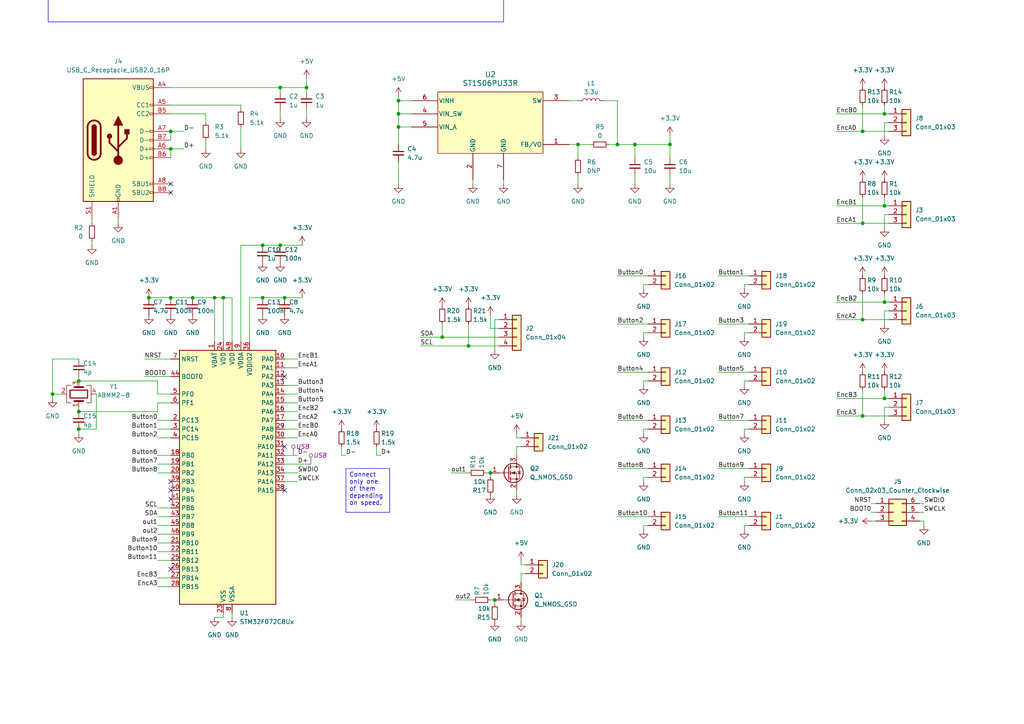
<source format=kicad_sch>
(kicad_sch (version 20230121) (generator eeschema)
  (paper "A4")
  (title_block (title "AVIATOR HID CONTROLLER") (date "2024-12-23") (rev "1.0") (company "AGH KNE"))
  (junction (at 76.2 86.36))
  (junction (at 22.86 110.49))
  (junction (at 49.53 38.1))
  (junction (at 256.54 87.63))
  (junction (at 88.9 25.4))
  (junction (at 82.55 86.36))
  (junction (at 250.19 120.65))
  (junction (at 76.2 71.12))
  (junction (at 81.28 25.4))
  (junction (at 167.64 41.91))
  (junction (at 256.54 59.69))
  (junction (at 55.88 86.36))
  (junction (at 49.53 86.36))
  (junction (at 135.89 100.33))
  (junction (at 143.51 173.99))
  (junction (at 142.24 137.16))
  (junction (at 49.53 43.18))
  (junction (at 15.24 114.3))
  (junction (at 81.28 71.12))
  (junction (at 179.07 41.91))
  (junction (at 115.57 36.83))
  (junction (at 250.19 64.77))
  (junction (at 256.54 33.02))
  (junction (at 62.23 86.36))
  (junction (at 22.86 124.46))
  (junction (at 115.57 29.21))
  (junction (at 115.57 33.02))
  (junction (at 64.77 86.36))
  (junction (at 43.18 86.36))
  (junction (at 128.27 97.79))
  (junction (at 194.31 41.91))
  (junction (at 250.19 38.1))
  (junction (at 184.15 41.91))
  (junction (at 250.19 92.71))
  (junction (at 256.54 115.57))
  (junction (at 22.86 119.38))
  (no_connect (at 49.53 142.24))
  (no_connect (at 82.55 129.54))
  (no_connect (at 49.53 53.34))
  (no_connect (at 82.55 142.24))
  (no_connect (at 49.53 139.7))
  (no_connect (at 82.55 109.22))
  (no_connect (at 49.53 144.78))
  (no_connect (at 49.53 165.1))
  (no_connect (at 49.53 55.88))
  (wire (pts (xy 186.69 110.49) (xy 187.96 110.49)))
  (wire (pts (xy 215.9 152.4) (xy 217.17 152.4)))
  (wire (pts (xy 49.53 38.1) (xy 53.34 38.1)))
  (wire (pts (xy 41.91 109.22) (xy 49.53 109.22)))
  (wire (pts (xy 76.2 71.12) (xy 81.28 71.12)))
  (wire (pts (xy 82.55 106.68) (xy 86.36 106.68)))
  (wire (pts (xy 179.07 107.95) (xy 187.96 107.95)))
  (wire (pts (xy 88.9 26.67) (xy 88.9 25.4)))
  (wire (pts (xy 67.31 99.06) (xy 67.31 86.36)))
  (wire (pts (xy 256.54 85.09) (xy 256.54 87.63)))
  (wire (pts (xy 45.72 132.08) (xy 49.53 132.08)))
  (wire (pts (xy 142.24 137.16) (xy 142.24 138.43)))
  (wire (pts (xy 257.81 118.11) (xy 256.54 118.11)))
  (wire (pts (xy 69.85 99.06) (xy 69.85 71.12)))
  (wire (pts (xy 128.27 93.98) (xy 128.27 97.79)))
  (wire (pts (xy 45.72 119.38) (xy 22.86 119.38)))
  (wire (pts (xy 179.07 121.92) (xy 187.96 121.92)))
  (wire (pts (xy 81.28 25.4) (xy 81.28 26.67)))
  (wire (pts (xy 88.9 25.4) (xy 81.28 25.4)))
  (wire (pts (xy 215.9 82.55) (xy 217.17 82.55)))
  (wire (pts (xy 49.53 43.18) (xy 49.53 45.72)))
  (wire (pts (xy 45.72 124.46) (xy 49.53 124.46)))
  (wire (pts (xy 45.72 149.86) (xy 49.53 149.86)))
  (wire (pts (xy 186.69 152.4) (xy 187.96 152.4)))
  (wire (pts (xy 266.7 148.59) (xy 267.97 148.59)))
  (wire (pts (xy 27.94 124.46) (xy 22.86 124.46)))
  (wire (pts (xy 135.89 100.33) (xy 144.78 100.33)))
  (wire (pts (xy 45.72 160.02) (xy 49.53 160.02)))
  (wire (pts (xy 45.72 167.64) (xy 49.53 167.64)))
  (wire (pts (xy 250.19 30.48) (xy 250.19 38.1)))
  (wire (pts (xy 149.86 129.54) (xy 151.13 129.54)))
  (wire (pts (xy 252.73 146.05) (xy 254 146.05)))
  (wire (pts (xy 186.69 82.55) (xy 187.96 82.55)))
  (wire (pts (xy 69.85 30.48) (xy 69.85 31.75)))
  (wire (pts (xy 143.51 173.99) (xy 143.51 175.26)))
  (wire (pts (xy 242.57 115.57) (xy 256.54 115.57)))
  (wire (pts (xy 186.69 83.82) (xy 186.69 82.55)))
  (wire (pts (xy 256.54 57.15) (xy 256.54 59.69)))
  (wire (pts (xy 257.81 62.23) (xy 256.54 62.23)))
  (wire (pts (xy 62.23 179.07) (xy 64.77 179.07)))
  (wire (pts (xy 256.54 30.48) (xy 256.54 33.02)))
  (wire (pts (xy 82.55 111.76) (xy 86.36 111.76)))
  (wire (pts (xy 186.69 125.73) (xy 186.69 124.46)))
  (wire (pts (xy 67.31 86.36) (xy 64.77 86.36)))
  (wire (pts (xy 82.55 116.84) (xy 86.36 116.84)))
  (wire (pts (xy 208.28 135.89) (xy 217.17 135.89)))
  (wire (pts (xy 26.67 69.85) (xy 26.67 71.12)))
  (wire (pts (xy 151.13 163.83) (xy 152.4 163.83)))
  (wire (pts (xy 215.9 96.52) (xy 217.17 96.52)))
  (wire (pts (xy 137.16 52.07) (xy 137.16 53.34)))
  (wire (pts (xy 179.07 149.86) (xy 187.96 149.86)))
  (wire (pts (xy 109.22 129.54) (xy 109.22 132.08)))
  (wire (pts (xy 15.24 114.3) (xy 17.78 114.3)))
  (wire (pts (xy 250.19 57.15) (xy 250.19 64.77)))
  (wire (pts (xy 45.72 134.62) (xy 49.53 134.62)))
  (wire (pts (xy 82.55 127) (xy 86.36 127)))
  (wire (pts (xy 140.97 137.16) (xy 142.24 137.16)))
  (wire (pts (xy 45.72 137.16) (xy 49.53 137.16)))
  (wire (pts (xy 115.57 33.02) (xy 119.38 33.02)))
  (wire (pts (xy 88.9 22.86) (xy 88.9 25.4)))
  (wire (pts (xy 215.9 110.49) (xy 217.17 110.49)))
  (wire (pts (xy 256.54 118.11) (xy 256.54 121.92)))
  (wire (pts (xy 45.72 162.56) (xy 49.53 162.56)))
  (wire (pts (xy 115.57 33.02) (xy 115.57 29.21)))
  (wire (pts (xy 242.57 87.63) (xy 256.54 87.63)))
  (wire (pts (xy 81.28 31.75) (xy 81.28 34.29)))
  (wire (pts (xy 64.77 86.36) (xy 62.23 86.36)))
  (wire (pts (xy 149.86 125.73) (xy 149.86 127)))
  (wire (pts (xy 194.31 39.37) (xy 194.31 41.91)))
  (wire (pts (xy 194.31 45.72) (xy 194.31 41.91)))
  (wire (pts (xy 250.19 113.03) (xy 250.19 120.65)))
  (wire (pts (xy 266.7 151.13) (xy 267.97 151.13)))
  (wire (pts (xy 45.72 154.94) (xy 49.53 154.94)))
  (wire (pts (xy 49.53 25.4) (xy 81.28 25.4)))
  (wire (pts (xy 49.53 116.84) (xy 45.72 116.84)))
  (wire (pts (xy 45.72 152.4) (xy 49.53 152.4)))
  (wire (pts (xy 250.19 92.71) (xy 257.81 92.71)))
  (wire (pts (xy 151.13 168.91) (xy 151.13 166.37)))
  (wire (pts (xy 143.51 101.6) (xy 143.51 92.71)))
  (wire (pts (xy 109.22 132.08) (xy 110.49 132.08)))
  (wire (pts (xy 165.1 29.21) (xy 167.64 29.21)))
  (wire (pts (xy 257.81 90.17) (xy 256.54 90.17)))
  (wire (pts (xy 45.72 127) (xy 49.53 127)))
  (wire (pts (xy 34.29 63.5) (xy 34.29 64.77)))
  (wire (pts (xy 27.94 114.3) (xy 27.94 124.46)))
  (wire (pts (xy 208.28 121.92) (xy 217.17 121.92)))
  (wire (pts (xy 82.55 132.08) (xy 86.36 132.08)))
  (wire (pts (xy 256.54 62.23) (xy 256.54 66.04)))
  (wire (pts (xy 15.24 114.3) (xy 15.24 104.14)))
  (wire (pts (xy 142.24 95.25) (xy 144.78 95.25)))
  (wire (pts (xy 184.15 50.8) (xy 184.15 53.34)))
  (wire (pts (xy 242.57 92.71) (xy 250.19 92.71)))
  (wire (pts (xy 208.28 107.95) (xy 217.17 107.95)))
  (wire (pts (xy 72.39 86.36) (xy 72.39 99.06)))
  (wire (pts (xy 266.7 146.05) (xy 267.97 146.05)))
  (wire (pts (xy 45.72 157.48) (xy 49.53 157.48)))
  (wire (pts (xy 143.51 92.71) (xy 144.78 92.71)))
  (wire (pts (xy 215.9 83.82) (xy 215.9 82.55)))
  (wire (pts (xy 69.85 71.12) (xy 76.2 71.12)))
  (wire (pts (xy 115.57 36.83) (xy 119.38 36.83)))
  (wire (pts (xy 45.72 110.49) (xy 22.86 110.49)))
  (wire (pts (xy 62.23 86.36) (xy 55.88 86.36)))
  (wire (pts (xy 151.13 162.56) (xy 151.13 163.83)))
  (wire (pts (xy 179.07 80.01) (xy 187.96 80.01)))
  (wire (pts (xy 149.86 132.08) (xy 149.86 129.54)))
  (wire (pts (xy 215.9 139.7) (xy 215.9 138.43)))
  (wire (pts (xy 175.26 29.21) (xy 179.07 29.21)))
  (wire (pts (xy 115.57 36.83) (xy 115.57 33.02)))
  (wire (pts (xy 121.92 100.33) (xy 135.89 100.33)))
  (wire (pts (xy 82.55 139.7) (xy 86.36 139.7)))
  (wire (pts (xy 115.57 29.21) (xy 119.38 29.21)))
  (wire (pts (xy 256.54 90.17) (xy 256.54 93.98)))
  (wire (pts (xy 256.54 35.56) (xy 256.54 39.37)))
  (wire (pts (xy 45.72 116.84) (xy 45.72 119.38)))
  (wire (pts (xy 208.28 80.01) (xy 217.17 80.01)))
  (wire (pts (xy 184.15 45.72) (xy 184.15 41.91)))
  (wire (pts (xy 115.57 27.94) (xy 115.57 29.21)))
  (wire (pts (xy 186.69 124.46) (xy 187.96 124.46)))
  (wire (pts (xy 267.97 151.13) (xy 267.97 152.4)))
  (wire (pts (xy 167.64 50.8) (xy 167.64 53.34)))
  (wire (pts (xy 87.63 71.12) (xy 81.28 71.12)))
  (wire (pts (xy 215.9 125.73) (xy 215.9 124.46)))
  (wire (pts (xy 242.57 33.02) (xy 256.54 33.02)))
  (wire (pts (xy 49.53 114.3) (xy 45.72 114.3)))
  (wire (pts (xy 146.05 52.07) (xy 146.05 53.34)))
  (wire (pts (xy 256.54 113.03) (xy 256.54 115.57)))
  (wire (pts (xy 115.57 41.91) (xy 115.57 36.83)))
  (wire (pts (xy 135.89 93.98) (xy 135.89 100.33)))
  (wire (pts (xy 194.31 41.91) (xy 184.15 41.91)))
  (wire (pts (xy 45.72 114.3) (xy 45.72 110.49)))
  (wire (pts (xy 252.73 148.59) (xy 254 148.59)))
  (wire (pts (xy 167.64 41.91) (xy 167.64 45.72)))
  (wire (pts (xy 82.55 134.62) (xy 90.17 134.62)))
  (wire (pts (xy 49.53 86.36) (xy 55.88 86.36)))
  (wire (pts (xy 22.86 109.22) (xy 22.86 110.49)))
  (wire (pts (xy 167.64 41.91) (xy 171.45 41.91)))
  (wire (pts (xy 45.72 170.18) (xy 49.53 170.18)))
  (wire (pts (xy 256.54 59.69) (xy 257.81 59.69)))
  (wire (pts (xy 22.86 125.73) (xy 22.86 124.46)))
  (wire (pts (xy 15.24 104.14) (xy 22.86 104.14)))
  (wire (pts (xy 76.2 86.36) (xy 82.55 86.36)))
  (wire (pts (xy 87.63 86.36) (xy 82.55 86.36)))
  (wire (pts (xy 250.19 64.77) (xy 257.81 64.77)))
  (wire (pts (xy 151.13 166.37) (xy 152.4 166.37)))
  (wire (pts (xy 26.67 63.5) (xy 26.67 64.77)))
  (wire (pts (xy 179.07 135.89) (xy 187.96 135.89)))
  (wire (pts (xy 130.81 137.16) (xy 135.89 137.16)))
  (wire (pts (xy 242.57 59.69) (xy 256.54 59.69)))
  (wire (pts (xy 186.69 138.43) (xy 187.96 138.43)))
  (wire (pts (xy 149.86 127) (xy 151.13 127)))
  (wire (pts (xy 59.69 40.64) (xy 59.69 43.18)))
  (wire (pts (xy 59.69 33.02) (xy 59.69 35.56)))
  (wire (pts (xy 186.69 139.7) (xy 186.69 138.43)))
  (wire (pts (xy 215.9 111.76) (xy 215.9 110.49)))
  (wire (pts (xy 45.72 147.32) (xy 49.53 147.32)))
  (wire (pts (xy 186.69 111.76) (xy 186.69 110.49)))
  (wire (pts (xy 82.55 137.16) (xy 86.36 137.16)))
  (wire (pts (xy 242.57 64.77) (xy 250.19 64.77)))
  (wire (pts (xy 256.54 33.02) (xy 257.81 33.02)))
  (wire (pts (xy 242.57 38.1) (xy 250.19 38.1)))
  (wire (pts (xy 82.55 121.92) (xy 86.36 121.92)))
  (wire (pts (xy 215.9 124.46) (xy 217.17 124.46)))
  (wire (pts (xy 82.55 124.46) (xy 86.36 124.46)))
  (wire (pts (xy 194.31 50.8) (xy 194.31 53.34)))
  (wire (pts (xy 215.9 153.67) (xy 215.9 152.4)))
  (wire (pts (xy 15.24 115.57) (xy 15.24 114.3)))
  (wire (pts (xy 62.23 99.06) (xy 62.23 86.36)))
  (wire (pts (xy 142.24 91.44) (xy 142.24 95.25)))
  (wire (pts (xy 215.9 97.79) (xy 215.9 96.52)))
  (wire (pts (xy 45.72 121.92) (xy 49.53 121.92)))
  (wire (pts (xy 99.06 129.54) (xy 99.06 132.08)))
  (wire (pts (xy 165.1 41.91) (xy 167.64 41.91)))
  (wire (pts (xy 121.92 97.79) (xy 128.27 97.79)))
  (wire (pts (xy 41.91 104.14) (xy 49.53 104.14)))
  (wire (pts (xy 186.69 153.67) (xy 186.69 152.4)))
  (wire (pts (xy 256.54 87.63) (xy 257.81 87.63)))
  (wire (pts (xy 142.24 173.99) (xy 143.51 173.99)))
  (wire (pts (xy 252.73 151.13) (xy 254 151.13)))
  (wire (pts (xy 215.9 138.43) (xy 217.17 138.43)))
  (wire (pts (xy 82.55 119.38) (xy 86.36 119.38)))
  (wire (pts (xy 22.86 118.11) (xy 22.86 119.38)))
  (wire (pts (xy 242.57 120.65) (xy 250.19 120.65)))
  (wire (pts (xy 208.28 149.86) (xy 217.17 149.86)))
  (wire (pts (xy 257.81 35.56) (xy 256.54 35.56)))
  (wire (pts (xy 49.53 33.02) (xy 59.69 33.02)))
  (wire (pts (xy 67.31 179.07) (xy 67.31 177.8)))
  (wire (pts (xy 179.07 93.98) (xy 187.96 93.98)))
  (wire (pts (xy 115.57 46.99) (xy 115.57 53.34)))
  (wire (pts (xy 76.2 86.36) (xy 72.39 86.36)))
  (wire (pts (xy 186.69 97.79) (xy 186.69 96.52)))
  (wire (pts (xy 43.18 86.36) (xy 49.53 86.36)))
  (wire (pts (xy 82.55 114.3) (xy 86.36 114.3)))
  (wire (pts (xy 208.28 93.98) (xy 217.17 93.98)))
  (wire (pts (xy 49.53 38.1) (xy 49.53 40.64)))
  (wire (pts (xy 149.86 142.24) (xy 149.86 143.51)))
  (wire (pts (xy 88.9 31.75) (xy 88.9 34.29)))
  (wire (pts (xy 179.07 41.91) (xy 176.53 41.91)))
  (wire (pts (xy 128.27 97.79) (xy 144.78 97.79)))
  (wire (pts (xy 250.19 38.1) (xy 257.81 38.1)))
  (wire (pts (xy 250.19 120.65) (xy 257.81 120.65)))
  (wire (pts (xy 184.15 41.91) (xy 179.07 41.91)))
  (wire (pts (xy 69.85 36.83) (xy 69.85 43.18)))
  (wire (pts (xy 64.77 179.07) (xy 64.77 177.8)))
  (wire (pts (xy 49.53 43.18) (xy 53.34 43.18)))
  (wire (pts (xy 186.69 96.52) (xy 187.96 96.52)))
  (wire (pts (xy 256.54 115.57) (xy 257.81 115.57)))
  (wire (pts (xy 64.77 99.06) (xy 64.77 86.36)))
  (wire (pts (xy 179.07 29.21) (xy 179.07 41.91)))
  (wire (pts (xy 250.19 85.09) (xy 250.19 92.71)))
  (wire (pts (xy 132.08 173.99) (xy 137.16 173.99)))
  (wire (pts (xy 82.55 104.14) (xy 86.36 104.14)))
  (wire (pts (xy 99.06 132.08) (xy 100.33 132.08)))
  (wire (pts (xy 151.13 179.07) (xy 151.13 180.34)))
  (wire (pts (xy 49.53 30.48) (xy 69.85 30.48)))
  (text_box "Connect only one\nof them depending\non speed." (at 100.33 135.89 0) (size 12.7 12.7) (effects (font (size 1.27 1.27)) (justify left top)))
  (text_box "COMPONENTS:\n\nhttps://www.tme.eu/pl/details/usb4105-gf-a-120/zlacza-usb-i-ieee1394/gct/\nhttps://www.tme.eu/en/details/stm32f072c8u6/st-microcontrollers/stmicroelectronics/\nhttps://www.tme.eu/en/details/abmm2-8.000mhz-e2/smd-quartz-generators/abracon/abmm2-8-000mhz-e2-t/\nhttps://www.tme.eu/en/details/st1s06pu33r/voltage-regulators-dc-dc-circuits/stmicroelectronics/\nhttps://www.tme.eu/pl/en/details/djnr6028-3r3-m/smd-power-inductors/ferrocore/" (at 13.97 -20.32 0) (size 132.08 26.67) (effects (font (size 1.27 1.27)) (justify left top)))
  (label "EncB1" (at 242.57 59.69 0))
  (label "Button11" (at 45.72 162.56 180))
  (label "EncA3" (at 242.57 120.65 0))
  (label "EncA1" (at 242.57 64.77 0))
  (label "Button10" (at 179.07 149.86 0))
  (label "out2" (at 132.08 173.99 0))
  (label "Button7" (at 45.72 134.62 180))
  (label "EncB1" (at 86.36 104.14 0))
  (label "EncA0" (at 242.57 38.1 0))
  (label "Button4" (at 86.36 114.3 0))
  (label "SWCLK" (at 267.97 148.59 0))
  (label "D+" (at 53.34 43.18 0))
  (label "Button3" (at 208.28 93.98 0))
  (label "BOOT0" (at 41.91 109.22 0))
  (label "Button10" (at 45.72 160.02 180))
  (label "SDA" (at 121.92 97.79 0))
  (label "D+" (at 86.36 134.62 0))
  (label "SWCLK" (at 86.36 139.7 0))
  (label "Button6" (at 179.07 121.92 0))
  (label "Button9" (at 208.28 135.89 0))
  (label "BOOT0" (at 252.73 148.59 180))
  (label "Button5" (at 86.36 116.84 0))
  (label "Button0" (at 45.72 121.92 180))
  (label "EncA1" (at 86.36 106.68 0))
  (label "NRST" (at 252.73 146.05 180))
  (label "Button4" (at 179.07 107.95 0))
  (label "EncB2" (at 86.36 119.38 0))
  (label "Button0" (at 179.07 80.01 0))
  (label "Button11" (at 208.28 149.86 0))
  (label "Button2" (at 45.72 127 180))
  (label "SDA" (at 45.72 149.86 180))
  (label "Button1" (at 45.72 124.46 180))
  (label "Button8" (at 45.72 137.16 180))
  (label "Button7" (at 208.28 121.92 0))
  (label "EncA0" (at 86.36 127 0))
  (label "Button5" (at 208.28 107.95 0))
  (label "SWDIO" (at 86.36 137.16 0))
  (label "NRST" (at 41.91 104.14 0))
  (label "SWDIO" (at 267.97 146.05 0))
  (label "out2" (at 45.72 154.94 180))
  (label "EncB0" (at 86.36 124.46 0))
  (label "EncB3" (at 45.72 167.64 180))
  (label "out1" (at 45.72 152.4 180))
  (label "EncA3" (at 45.72 170.18 180))
  (label "SCL" (at 121.92 100.33 0))
  (label "Button2" (at 179.07 93.98 0))
  (label "D-" (at 100.33 132.08 0))
  (label "SCL" (at 45.72 147.32 180))
  (label "D-" (at 53.34 38.1 0))
  (label "D+" (at 110.49 132.08 0))
  (label "EncA2" (at 86.36 121.92 0))
  (label "out1" (at 130.81 137.16 0))
  (label "EncA2" (at 242.57 92.71 0))
  (label "Button6" (at 45.72 132.08 180))
  (label "EncB0" (at 242.57 33.02 0))
  (label "D-" (at 86.36 132.08 0))
  (label "Button9" (at 45.72 157.48 180))
  (label "Button1" (at 208.28 80.01 0))
  (label "EncB3" (at 242.57 115.57 0))
  (label "EncB2" (at 242.57 87.63 0))
  (label "Button3" (at 86.36 111.76 0))
  (label "Button8" (at 179.07 135.89 0))
  (netclass_flag "" (length 2.54) (shape round) (at 90.17 134.62 0) (property "Netclass" "USB" (at 90.8685 132.08 0) (effects (font italic) (justify left))))
  (netclass_flag "" (length 2.54) (shape round) (at 85.09 132.08 0) (property "Netclass" "USB" (at 85.7885 129.54 0) (effects (font italic) (justify left))))
  (symbol (lib_id "Device:R_Small") (at 173.99 41.91 90) (unit 1)
    (property "Reference" "R5" (at 173.99 36.83 90))
    (property "Value" "0" (at 173.99 39.37 90))
    (property "Footprint" "Resistor_SMD:R_0603_1608Metric_Pad0.98x0.95mm_HandSolder" (effects hide))
  )
  (symbol (lib_id "power:GND") (at 186.69 153.67 0) (unit 1)
    (property "Reference" "#PWR050" (effects hide))
    (property "Value" "GND" (at 186.69 158.75 0))
  )
  (symbol (lib_id "power:GND") (at 256.54 66.04 0) (unit 1)
    (property "Reference" "#PWR032" (effects hide))
    (property "Value" "GND" (at 256.54 71.12 0))
  )
  (symbol (lib_id "power:+5V") (at 115.57 27.94 0) (unit 1)
    (property "Reference" "#PWR067" (effects hide))
    (property "Value" "+5V" (at 115.57 22.86 0))
  )
  (symbol (lib_id "Connector_Generic:Conn_01x02") (at 222.25 149.86 0) (unit 1)
    (property "Reference" "J1" (at 224.79 149.86 0) (effects (justify left)))
    (property "Value" "Conn_01x02" (at 224.79 152.4 0) (effects (justify left)))
    (property "Footprint" "Connector_PinHeader_2.54mm:PinHeader_1x02_P2.54mm_Vertical" (effects hide))
  )
  (symbol (lib_id "power:GND") (at 143.51 101.6 0) (unit 1)
    (property "Reference" "#PWR055" (effects hide))
    (property "Value" "GND" (at 143.51 106.68 0))
  )
  (symbol (lib_id "power:GND") (at 82.55 91.44 0) (unit 1)
    (property "Reference" "#PWR016" (effects hide))
    (property "Value" "GND" (at 82.55 96.52 0))
  )
  (symbol (lib_id "Device:L") (at 171.45 29.21 90) (unit 1)
    (property "Reference" "L1" (at 171.45 24.13 90))
    (property "Value" "3.3u" (at 171.45 26.67 90))
    (property "Footprint" "Inductor_SMD:L_Bourns-SRN6028" (effects hide))
  )
  (symbol (lib_id "power:+3.3V") (at 256.54 107.95 0) (unit 1)
    (property "Reference" "#PWR039" (effects hide))
    (property "Value" "+3.3V" (at 256.54 102.87 0))
  )
  (symbol (lib_id "power:+3.3V") (at 256.54 25.4 0) (unit 1)
    (property "Reference" "#PWR042" (effects hide))
    (property "Value" "+3.3V" (at 256.54 20.32 0))
  )
  (symbol (lib_id "Device:Q_NMOS_GSD") (at 148.59 173.99 0) (unit 1)
    (property "Reference" "Q1" (at 154.94 172.72 0) (effects (justify left)))
    (property "Value" "Q_NMOS_GSD" (at 154.94 175.26 0) (effects (justify left)))
    (property "Footprint" "Package_TO_SOT_SMD:SOT-23" (effects hide))
  )
  (symbol (lib_id "power:+3.3V") (at 135.89 88.9 0) (unit 1)
    (property "Reference" "#PWR065" (effects hide))
    (property "Value" "+3.3V" (at 135.89 83.82 0))
  )
  (symbol (lib_id "power:GND") (at 215.9 139.7 0) (unit 1)
    (property "Reference" "#PWR044" (effects hide))
    (property "Value" "GND" (at 215.9 144.78 0))
  )
  (symbol (lib_id "power:+3.3V") (at 142.24 91.44 0) (unit 1)
    (property "Reference" "#PWR056" (effects hide))
    (property "Value" "+3.3V" (at 142.24 86.36 0))
  )
  (symbol (lib_id "power:GND") (at 186.69 83.82 0) (unit 1)
    (property "Reference" "#PWR051" (effects hide))
    (property "Value" "GND" (at 186.69 88.9 0))
  )
  (symbol (lib_id "Connector_Generic:Conn_01x02") (at 222.25 107.95 0) (unit 1)
    (property "Reference" "J10" (at 224.79 107.95 0) (effects (justify left)))
    (property "Value" "Conn_01x02" (at 224.79 110.49 0) (effects (justify left)))
    (property "Footprint" "Connector_PinHeader_2.54mm:PinHeader_1x02_P2.54mm_Vertical" (effects hide))
  )
  (symbol (lib_id "Connector_Generic:Conn_01x03") (at 262.89 90.17 0) (unit 1)
    (property "Reference" "J6" (at 265.43 88.9 0) (effects (justify left)))
    (property "Value" "Conn_01x03" (at 265.43 91.44 0) (effects (justify left)))
    (property "Footprint" "Connector_PinHeader_2.54mm:PinHeader_1x03_P2.54mm_Vertical" (effects hide))
  )
  (symbol (lib_id "power:GND") (at 26.67 71.12 0) (unit 1)
    (property "Reference" "#PWR02" (effects hide))
    (property "Value" "GND" (at 26.67 76.2 0))
  )
  (symbol (lib_id "MCU_ST_STM32F0:STM32F072C8Ux") (at 64.77 139.7 0) (unit 1)
    (property "Reference" "U1" (at 69.5041 177.8 0) (effects (justify left)))
    (property "Value" "STM32F072C8Ux" (at 69.5041 180.34 0) (effects (justify left)))
    (property "Footprint" "Package_DFN_QFN:QFN-48-1EP_7x7mm_P0.5mm_EP5.6x5.6mm" (effects hide))
    (property "Datasheet" "https://www.st.com/resource/en/datasheet/stm32f072c8.pdf" (effects hide))
  )
  (symbol (lib_id "power:GND") (at 267.97 152.4 0) (unit 1)
    (property "Reference" "#PWR029" (effects hide))
    (property "Value" "GND" (at 267.97 157.48 0))
  )
  (symbol (lib_id "Device:R_Small") (at 139.7 173.99 90) (unit 1)
    (property "Reference" "R7" (at 138.43 172.72 0) (effects (justify left)))
    (property "Value" "10k" (at 140.97 172.72 0) (effects (justify left)))
    (property "Footprint" "Resistor_SMD:R_0603_1608Metric_Pad0.98x0.95mm_HandSolder" (effects hide))
  )
  (symbol (lib_id "power:GND") (at 62.23 179.07 0) (unit 1)
    (property "Reference" "#PWR025" (effects hide))
    (property "Value" "GND" (at 62.23 184.15 0))
  )
  (symbol (lib_id "power:GND") (at 137.16 53.34 0) (unit 1)
    (property "Reference" "#PWR08" (effects hide))
    (property "Value" "GND" (at 137.16 58.42 0))
  )
  (symbol (lib_id "Device:C_Small") (at 43.18 88.9 0) (unit 1)
    (property "Reference" "C7" (at 44.45 87.63 0) (effects (justify left)))
    (property "Value" "4.7u" (at 44.45 90.17 0) (effects (justify left)))
    (property "Footprint" "Capacitor_SMD:C_0805_2012Metric_Pad1.18x1.45mm_HandSolder" (effects hide))
  )
  (symbol (lib_id "power:GND") (at 81.28 76.2 0) (unit 1)
    (property "Reference" "#PWR017" (effects hide))
    (property "Value" "GND" (at 81.28 81.28 0))
  )
  (symbol (lib_id "power:+3.3V") (at 87.63 71.12 0) (unit 1)
    (property "Reference" "#PWR022" (effects hide))
    (property "Value" "+3.3V" (at 87.63 66.04 0))
  )
  (symbol (lib_id "Device:R_Small") (at 128.27 91.44 0) (unit 1)
    (property "Reference" "R20" (at 129.54 90.17 0) (effects (justify left)))
    (property "Value" "1.5k" (at 129.54 92.71 0) (effects (justify left)))
    (property "Footprint" "Resistor_SMD:R_0603_1608Metric_Pad0.98x0.95mm_HandSolder" (effects hide))
  )
  (symbol (lib_id "Connector_Generic:Conn_01x02") (at 222.25 121.92 0) (unit 1)
    (property "Reference" "J11" (at 224.79 121.92 0) (effects (justify left)))
    (property "Value" "Conn_01x02" (at 224.79 124.46 0) (effects (justify left)))
    (property "Footprint" "Connector_PinHeader_2.54mm:PinHeader_1x02_P2.54mm_Vertical" (effects hide))
  )
  (symbol (lib_id "Device:C_Small") (at 81.28 73.66 0) (unit 1)
    (property "Reference" "C12" (at 82.55 72.39 0) (effects (justify left)))
    (property "Value" "100n" (at 82.55 74.93 0) (effects (justify left)))
    (property "Footprint" "Capacitor_SMD:C_0603_1608Metric_Pad1.08x0.95mm_HandSolder" (effects hide))
  )
  (symbol (lib_id "power:+5V") (at 88.9 22.86 0) (unit 1)
    (property "Reference" "#PWR07" (effects hide))
    (property "Value" "+5V" (at 88.9 17.78 0))
  )
  (symbol (lib_id "power:+3.3V") (at 250.19 80.01 0) (unit 1)
    (property "Reference" "#PWR035" (effects hide))
    (property "Value" "+3.3V" (at 250.19 74.93 0))
  )
  (symbol (lib_id "power:GND") (at 186.69 111.76 0) (unit 1)
    (property "Reference" "#PWR047" (effects hide))
    (property "Value" "GND" (at 186.69 116.84 0))
  )
  (symbol (lib_id "power:+3.3V") (at 256.54 52.07 0) (unit 1)
    (property "Reference" "#PWR033" (effects hide))
    (property "Value" "+3.3V" (at 256.54 46.99 0))
  )
  (symbol (lib_id "power:GND") (at 22.86 125.73 0) (unit 1)
    (property "Reference" "#PWR027" (effects hide))
    (property "Value" "GND" (at 22.86 130.81 0))
  )
  (symbol (lib_id "power:GND") (at 215.9 153.67 0) (unit 1)
    (property "Reference" "#PWR031" (effects hide))
    (property "Value" "GND" (at 215.9 158.75 0))
  )
  (symbol (lib_id "Device:R_Small") (at 69.85 34.29 0) (unit 1)
    (property "Reference" "R4" (at 72.39 33.02 0) (effects (justify left)))
    (property "Value" "5.1k" (at 72.39 35.56 0) (effects (justify left)))
    (property "Footprint" "Resistor_SMD:R_0603_1608Metric_Pad0.98x0.95mm_HandSolder" (effects hide))
  )
  (symbol (lib_id "power:GND") (at 59.69 43.18 0) (unit 1)
    (property "Reference" "#PWR03" (effects hide))
    (property "Value" "GND" (at 59.69 48.26 0))
  )
  (symbol (lib_id "power:+5V") (at 151.13 162.56 0) (unit 1)
    (property "Reference" "#PWR058" (effects hide))
    (property "Value" "+5V" (at 151.13 157.48 0))
  )
  (symbol (lib_id "power:GND") (at 194.31 53.34 0) (unit 1)
    (property "Reference" "#PWR013" (effects hide))
    (property "Value" "GND" (at 194.31 58.42 0))
  )
  (symbol (lib_id "Device:Q_NMOS_GSD") (at 147.32 137.16 0) (unit 1)
    (property "Reference" "Q2" (at 153.67 135.89 0) (effects (justify left)))
    (property "Value" "Q_NMOS_GSD" (at 153.67 138.43 0) (effects (justify left)))
    (property "Footprint" "Package_TO_SOT_SMD:SOT-23" (effects hide))
  )
  (symbol (lib_id "power:+3.3V") (at 43.18 86.36 0) (unit 1)
    (property "Reference" "#PWR024" (effects hide))
    (property "Value" "+3.3V" (at 43.18 81.28 0))
  )
  (symbol (lib_id "power:+3.3V") (at 250.19 25.4 0) (unit 1)
    (property "Reference" "#PWR041" (effects hide))
    (property "Value" "+3.3V" (at 250.19 20.32 0))
  )
  (symbol (lib_id "power:+5V") (at 149.86 125.73 0) (unit 1)
    (property "Reference" "#PWR061" (effects hide))
    (property "Value" "+5V" (at 149.86 120.65 0))
  )
  (symbol (lib_id "Device:R_Small") (at 138.43 137.16 90) (unit 1)
    (property "Reference" "R16" (at 137.16 135.89 0) (effects (justify left)))
    (property "Value" "10k" (at 139.7 135.89 0) (effects (justify left)))
    (property "Footprint" "Resistor_SMD:R_0603_1608Metric_Pad0.98x0.95mm_HandSolder" (effects hide))
  )
  (symbol (lib_id "power:GND") (at 49.53 91.44 0) (unit 1)
    (property "Reference" "#PWR020" (effects hide))
    (property "Value" "GND" (at 49.53 96.52 0))
  )
  (symbol (lib_id "Connector_Generic:Conn_01x02") (at 193.04 107.95 0) (unit 1)
    (property "Reference" "J12" (at 195.58 107.95 0) (effects (justify left)))
    (property "Value" "Conn_01x02" (at 195.58 110.49 0) (effects (justify left)))
    (property "Footprint" "Connector_PinHeader_2.54mm:PinHeader_1x02_P2.54mm_Vertical" (effects hide))
  )
  (symbol (lib_id "Connector_Generic:Conn_01x02") (at 193.04 80.01 0) (unit 1)
    (property "Reference" "J16" (at 195.58 80.01 0) (effects (justify left)))
    (property "Value" "Conn_01x02" (at 195.58 82.55 0) (effects (justify left)))
    (property "Footprint" "Connector_PinHeader_2.54mm:PinHeader_1x02_P2.54mm_Vertical" (effects hide))
  )
  (symbol (lib_id "Device:C_Small") (at 76.2 73.66 0) (unit 1)
    (property "Reference" "C10" (at 77.47 72.39 0) (effects (justify left)))
    (property "Value" "1u" (at 77.47 74.93 0) (effects (justify left)))
    (property "Footprint" "Capacitor_SMD:C_0603_1608Metric_Pad1.08x0.95mm_HandSolder" (effects hide))
  )
  (symbol (lib_id "Connector_Generic:Conn_01x02") (at 193.04 135.89 0) (unit 1)
    (property "Reference" "J14" (at 195.58 135.89 0) (effects (justify left)))
    (property "Value" "Conn_01x02" (at 195.58 138.43 0) (effects (justify left)))
    (property "Footprint" "Connector_PinHeader_2.54mm:PinHeader_1x02_P2.54mm_Vertical" (effects hide))
  )
  (symbol (lib_id "Connector_Generic:Conn_01x02") (at 157.48 163.83 0) (unit 1)
    (property "Reference" "J20" (at 160.02 163.83 0) (effects (justify left)))
    (property "Value" "Conn_01x02" (at 160.02 166.37 0) (effects (justify left)))
    (property "Footprint" "Connector_PinHeader_2.54mm:PinHeader_1x02_P2.54mm_Vertical" (effects hide))
  )
  (symbol (lib_id "power:+3.3V") (at 128.27 88.9 0) (unit 1)
    (property "Reference" "#PWR066" (effects hide))
    (property "Value" "+3.3V" (at 128.27 83.82 0))
  )
  (symbol (lib_id "Connector_Generic:Conn_01x03") (at 262.89 118.11 0) (unit 1)
    (property "Reference" "J7" (at 265.43 116.84 0) (effects (justify left)))
    (property "Value" "Conn_01x03" (at 265.43 119.38 0) (effects (justify left)))
    (property "Footprint" "Connector_PinHeader_2.54mm:PinHeader_1x03_P2.54mm_Vertical" (effects hide))
  )
  (symbol (lib_id "Connector_Generic:Conn_02x03_Counter_Clockwise") (at 259.08 148.59 0) (unit 1)
    (property "Reference" "J5" (at 260.35 139.7 0))
    (property "Value" "Conn_02x03_Counter_Clockwise" (at 260.35 142.24 0))
    (property "Footprint" "Connector_PinHeader_2.54mm:PinHeader_2x03_P2.54mm_Vertical" (effects hide))
  )
  (symbol (lib_id "Device:R_Small") (at 59.69 38.1 0) (unit 1)
    (property "Reference" "R3" (at 62.23 36.83 0) (effects (justify left)))
    (property "Value" "5.1k" (at 62.23 39.37 0) (effects (justify left)))
    (property "Footprint" "Resistor_SMD:R_0603_1608Metric_Pad0.98x0.95mm_HandSolder" (effects hide))
  )
  (symbol (lib_id "Device:C_Small") (at 184.15 48.26 0) (unit 1)
    (property "Reference" "C5" (at 186.69 46.9963 0) (effects (justify left)))
    (property "Value" "10u" (at 186.69 49.5363 0) (effects (justify left)))
    (property "Footprint" "Capacitor_SMD:C_0805_2012Metric_Pad1.18x1.45mm_HandSolder" (effects hide))
  )
  (symbol (lib_id "Connector_Generic:Conn_01x03") (at 262.89 35.56 0) (unit 1)
    (property "Reference" "J8" (at 265.43 34.29 0) (effects (justify left)))
    (property "Value" "Conn_01x03" (at 265.43 36.83 0) (effects (justify left)))
    (property "Footprint" "Connector_PinHeader_2.54mm:PinHeader_1x03_P2.54mm_Vertical" (effects hide))
  )
  (symbol (lib_id "power:GND") (at 215.9 111.76 0) (unit 1)
    (property "Reference" "#PWR045" (effects hide))
    (property "Value" "GND" (at 215.9 116.84 0))
  )
  (symbol (lib_id "Device:R_Small") (at 250.19 110.49 0) (unit 1)
    (property "Reference" "R11" (at 251.46 109.22 0) (effects (justify left)))
    (property "Value" "10k" (at 251.46 111.76 0) (effects (justify left)))
    (property "Footprint" "Resistor_SMD:R_0603_1608Metric_Pad0.98x0.95mm_HandSolder" (effects hide))
  )
  (symbol (lib_id "Device:R_Small") (at 250.19 54.61 0) (unit 1)
    (property "Reference" "R8" (at 251.46 53.34 0) (effects (justify left)))
    (property "Value" "10k" (at 251.46 55.88 0) (effects (justify left)))
    (property "Footprint" "Resistor_SMD:R_0603_1608Metric_Pad0.98x0.95mm_HandSolder" (effects hide))
  )
  (symbol (lib_id "power:GND") (at 76.2 91.44 0) (unit 1)
    (property "Reference" "#PWR015" (effects hide))
    (property "Value" "GND" (at 76.2 96.52 0))
  )
  (symbol (lib_id "Device:C_Small") (at 22.86 121.92 0) (unit 1)
    (property "Reference" "C15" (at 24.13 120.65 0) (effects (justify left)))
    (property "Value" "4p" (at 24.13 123.19 0) (effects (justify left)))
    (property "Footprint" "Capacitor_SMD:C_0603_1608Metric_Pad1.08x0.95mm_HandSolder" (effects hide))
  )
  (symbol (lib_id "Device:R_Small") (at 256.54 54.61 0) (unit 1)
    (property "Reference" "R1" (at 257.81 53.34 0) (effects (justify left)))
    (property "Value" "10k" (at 257.81 55.88 0) (effects (justify left)))
    (property "Footprint" "Resistor_SMD:R_0603_1608Metric_Pad0.98x0.95mm_HandSolder" (effects hide))
  )
  (symbol (lib_id "power:GND") (at 186.69 139.7 0) (unit 1)
    (property "Reference" "#PWR049" (effects hide))
    (property "Value" "GND" (at 186.69 144.78 0))
  )
  (symbol (lib_id "Device:R_Small") (at 250.19 82.55 0) (unit 1)
    (property "Reference" "R9" (at 251.46 81.28 0) (effects (justify left)))
    (property "Value" "10k" (at 251.46 83.82 0) (effects (justify left)))
    (property "Footprint" "Resistor_SMD:R_0603_1608Metric_Pad0.98x0.95mm_HandSolder" (effects hide))
  )
  (symbol (lib_id "Device:R_Small") (at 256.54 82.55 0) (unit 1)
    (property "Reference" "R10" (at 257.81 81.28 0) (effects (justify left)))
    (property "Value" "10k" (at 257.81 83.82 0) (effects (justify left)))
    (property "Footprint" "Resistor_SMD:R_0603_1608Metric_Pad0.98x0.95mm_HandSolder" (effects hide))
  )
  (symbol (lib_id "Device:C_Small") (at 49.53 88.9 0) (unit 1)
    (property "Reference" "C11" (at 50.8 87.63 0) (effects (justify left)))
    (property "Value" "100n" (at 50.8 90.17 0) (effects (justify left)))
    (property "Footprint" "Capacitor_SMD:C_0603_1608Metric_Pad1.08x0.95mm_HandSolder" (effects hide))
  )
  (symbol (lib_id "Device:R_Small") (at 142.24 140.97 180) (unit 1)
    (property "Reference" "R17" (at 140.97 142.24 0) (effects (justify left)))
    (property "Value" "10k" (at 140.97 139.7 0) (effects (justify left)))
    (property "Footprint" "Resistor_SMD:R_0603_1608Metric_Pad0.98x0.95mm_HandSolder" (effects hide))
  )
  (symbol (lib_id "power:GND") (at 43.18 91.44 0) (unit 1)
    (property "Reference" "#PWR021" (effects hide))
    (property "Value" "GND" (at 43.18 96.52 0))
  )
  (symbol (lib_id "Device:C_Small") (at 88.9 29.21 0) (unit 1)
    (property "Reference" "C3" (at 91.44 27.9463 0) (effects (justify left)))
    (property "Value" "1u" (at 91.44 30.4863 0) (effects (justify left)))
    (property "Footprint" "Capacitor_SMD:C_0603_1608Metric_Pad1.08x0.95mm_HandSolder" (effects hide))
  )
  (symbol (lib_id "Device:R_Small") (at 109.22 127 0) (unit 1)
    (property "Reference" "R19" (at 110.49 125.73 0) (effects (justify left)))
    (property "Value" "1.5k" (at 110.49 128.27 0) (effects (justify left)))
    (property "Footprint" "Resistor_SMD:R_0603_1608Metric_Pad0.98x0.95mm_HandSolder" (effects hide))
  )
  (symbol (lib_id "power:GND") (at 215.9 83.82 0) (unit 1)
    (property "Reference" "#PWR053" (effects hide))
    (property "Value" "GND" (at 215.9 88.9 0))
  )
  (symbol (lib_id "power:GND") (at 67.31 179.07 0) (unit 1)
    (property "Reference" "#PWR026" (effects hide))
    (property "Value" "GND" (at 67.31 184.15 0))
  )
  (symbol (lib_id "Device:R_Small") (at 26.67 67.31 0) (mirror y) (unit 1)
    (property "Reference" "R2" (at 24.13 66.04 0) (effects (justify left)))
    (property "Value" "0" (at 24.13 68.58 0) (effects (justify left)))
    (property "Footprint" "Resistor_SMD:R_0603_1608Metric_Pad0.98x0.95mm_HandSolder" (effects hide))
  )
  (symbol (lib_id "power:GND") (at 115.57 53.34 0) (unit 1)
    (property "Reference" "#PWR010" (effects hide))
    (property "Value" "GND" (at 115.57 58.42 0))
  )
  (symbol (lib_id "power:GND") (at 167.64 53.34 0) (unit 1)
    (property "Reference" "#PWR011" (effects hide))
    (property "Value" "GND" (at 167.64 58.42 0))
  )
  (symbol (lib_id "power:GND") (at 142.24 143.51 0) (unit 1)
    (property "Reference" "#PWR060" (effects hide))
    (property "Value" "GND" (at 142.24 148.59 0))
  )
  (symbol (lib_id "Connector_Generic:Conn_01x02") (at 222.25 135.89 0) (unit 1)
    (property "Reference" "J9" (at 224.79 135.89 0) (effects (justify left)))
    (property "Value" "Conn_01x02" (at 224.79 138.43 0) (effects (justify left)))
    (property "Footprint" "Connector_PinHeader_2.54mm:PinHeader_1x02_P2.54mm_Vertical" (effects hide))
  )
  (symbol (lib_id "Connector_Generic:Conn_01x02") (at 222.25 93.98 0) (unit 1)
    (property "Reference" "J19" (at 224.79 93.98 0) (effects (justify left)))
    (property "Value" "Conn_01x02" (at 224.79 96.52 0) (effects (justify left)))
    (property "Footprint" "Connector_PinHeader_2.54mm:PinHeader_1x02_P2.54mm_Vertical" (effects hide))
  )
  (symbol (lib_id "power:GND") (at 256.54 93.98 0) (unit 1)
    (property "Reference" "#PWR037" (effects hide))
    (property "Value" "GND" (at 256.54 99.06 0))
  )
  (symbol (lib_id "power:+3.3V") (at 250.19 52.07 0) (unit 1)
    (property "Reference" "#PWR034" (effects hide))
    (property "Value" "+3.3V" (at 250.19 46.99 0))
  )
  (symbol (lib_id "power:+3.3V") (at 256.54 80.01 0) (unit 1)
    (property "Reference" "#PWR036" (effects hide))
    (property "Value" "+3.3V" (at 256.54 74.93 0))
  )
  (symbol (lib_id "power:GND") (at 184.15 53.34 0) (unit 1)
    (property "Reference" "#PWR012" (effects hide))
    (property "Value" "GND" (at 184.15 58.42 0))
  )
  (symbol (lib_id "power:GND") (at 34.29 64.77 0) (unit 1)
    (property "Reference" "#PWR01" (effects hide))
    (property "Value" "GND" (at 34.29 69.85 0))
  )
  (symbol (lib_id "Device:C_Small") (at 115.57 44.45 0) (unit 1)
    (property "Reference" "C4" (at 118.11 43.1863 0) (effects (justify left)))
    (property "Value" "4.7u" (at 118.11 45.7263 0) (effects (justify left)))
    (property "Footprint" "Capacitor_SMD:C_0805_2012Metric_Pad1.18x1.45mm_HandSolder" (effects hide))
  )
  (symbol (lib_id "Device:R_Small") (at 167.64 48.26 0) (unit 1)
    (property "Reference" "R6" (at 170.18 46.99 0) (effects (justify left)))
    (property "Value" "DNP" (at 170.18 49.53 0) (effects (justify left)))
    (property "Footprint" "Resistor_SMD:R_0603_1608Metric_Pad0.98x0.95mm_HandSolder" (effects hide))
  )
  (symbol (lib_id "power:GND") (at 88.9 34.29 0) (unit 1)
    (property "Reference" "#PWR06" (effects hide))
    (property "Value" "GND" (at 88.9 39.37 0))
  )
  (symbol (lib_id "power:GND") (at 55.88 91.44 0) (unit 1)
    (property "Reference" "#PWR019" (effects hide))
    (property "Value" "GND" (at 55.88 96.52 0))
  )
  (symbol (lib_id "power:+3.3V") (at 99.06 124.46 0) (unit 1)
    (property "Reference" "#PWR063" (effects hide))
    (property "Value" "+3.3V" (at 99.06 119.38 0))
  )
  (symbol (lib_id "Device:C_Small") (at 55.88 88.9 0) (unit 1)
    (property "Reference" "C9" (at 57.15 87.63 0) (effects (justify left)))
    (property "Value" "100n" (at 57.15 90.17 0) (effects (justify left)))
    (property "Footprint" "Capacitor_SMD:C_0603_1608Metric_Pad1.08x0.95mm_HandSolder" (effects hide))
  )
  (symbol (lib_id "power:GND") (at 215.9 125.73 0) (unit 1)
    (property "Reference" "#PWR046" (effects hide))
    (property "Value" "GND" (at 215.9 130.81 0))
  )
  (symbol (lib_id "Connector_Generic:Conn_01x02") (at 193.04 121.92 0) (unit 1)
    (property "Reference" "J13" (at 195.58 121.92 0) (effects (justify left)))
    (property "Value" "Conn_01x02" (at 195.58 124.46 0) (effects (justify left)))
    (property "Footprint" "Connector_PinHeader_2.54mm:PinHeader_1x02_P2.54mm_Vertical" (effects hide))
  )
  (symbol (lib_id "Connector_Generic:Conn_01x02") (at 156.21 127 0) (unit 1)
    (property "Reference" "J21" (at 158.75 127 0) (effects (justify left)))
    (property "Value" "Conn_01x02" (at 158.75 129.54 0) (effects (justify left)))
    (property "Footprint" "Connector_PinHeader_2.54mm:PinHeader_1x02_P2.54mm_Vertical" (effects hide))
  )
  (symbol (lib_id "Device:C_Small") (at 82.55 88.9 0) (unit 1)
    (property "Reference" "C8" (at 83.82 87.63 0) (effects (justify left)))
    (property "Value" "4.7u" (at 83.82 90.17 0) (effects (justify left)))
    (property "Footprint" "Capacitor_SMD:C_0805_2012Metric_Pad1.18x1.45mm_HandSolder" (effects hide))
  )
  (symbol (lib_id "power:+3.3V") (at 87.63 86.36 0) (unit 1)
    (property "Reference" "#PWR023" (effects hide))
    (property "Value" "+3.3V" (at 87.63 81.28 0))
  )
  (symbol (lib_id "power:GND") (at 76.2 76.2 0) (unit 1)
    (property "Reference" "#PWR018" (effects hide))
    (property "Value" "GND" (at 76.2 81.28 0))
  )
  (symbol (lib_id "power:GND") (at 15.24 115.57 0) (unit 1)
    (property "Reference" "#PWR028" (effects hide))
    (property "Value" "GND" (at 15.24 120.65 0))
  )
  (symbol (lib_id "Device:C_Small") (at 81.28 29.21 0) (unit 1)
    (property "Reference" "C2" (at 83.82 27.9463 0) (effects (justify left)))
    (property "Value" "1u" (at 83.82 30.4863 0) (effects (justify left)))
    (property "Footprint" "Capacitor_SMD:C_0603_1608Metric_Pad1.08x0.95mm_HandSolder" (effects hide))
  )
  (symbol (lib_id "Device:R_Small") (at 256.54 27.94 0) (unit 1)
    (property "Reference" "R14" (at 257.81 26.67 0) (effects (justify left)))
    (property "Value" "10k" (at 257.81 29.21 0) (effects (justify left)))
    (property "Footprint" "Resistor_SMD:R_0603_1608Metric_Pad0.98x0.95mm_HandSolder" (effects hide))
  )
  (symbol (lib_id "power:+3.3V") (at 250.19 107.95 0) (unit 1)
    (property "Reference" "#PWR038" (effects hide))
    (property "Value" "+3.3V" (at 250.19 102.87 0))
  )
  (symbol (lib_id "Connector_Generic:Conn_01x02") (at 193.04 93.98 0) (unit 1)
    (property "Reference" "J17" (at 195.58 93.98 0) (effects (justify left)))
    (property "Value" "Conn_01x02" (at 195.58 96.52 0) (effects (justify left)))
    (property "Footprint" "Connector_PinHeader_2.54mm:PinHeader_1x02_P2.54mm_Vertical" (effects hide))
  )
  (symbol (lib_id "2024-12-23_11-54-02:ST1S06PU33R") (at 119.38 31.75 0) (unit 1)
    (property "Reference" "U2" (at 142.24 21.59 0) (effects (font (size 1.524 1.524))))
    (property "Value" "ST1S06PU33R" (at 142.24 24.13 0) (effects (font (size 1.524 1.524))))
    (property "Footprint" "footprints:DFN_6PU33R_STM" (effects hide))
    (property "Datasheet" "ST1S06PU33R" (effects hide))
  )
  (symbol (lib_id "power:+3.3V") (at 194.31 39.37 0) (unit 1)
    (property "Reference" "#PWR014" (effects hide))
    (property "Value" "+3.3V" (at 194.31 34.29 0))
  )
  (symbol (lib_id "Connector_Generic:Conn_01x03") (at 262.89 62.23 0) (unit 1)
    (property "Reference" "J3" (at 265.43 60.96 0) (effects (justify left)))
    (property "Value" "Conn_01x03" (at 265.43 63.5 0) (effects (justify left)))
    (property "Footprint" "Connector_PinHeader_2.54mm:PinHeader_1x03_P2.54mm_Vertical" (effects hide))
  )
  (symbol (lib_id "Device:C_Small") (at 22.86 106.68 0) (unit 1)
    (property "Reference" "C14" (at 24.13 105.41 0) (effects (justify left)))
    (property "Value" "4p" (at 24.13 107.95 0) (effects (justify left)))
    (property "Footprint" "Capacitor_SMD:C_0603_1608Metric_Pad1.08x0.95mm_HandSolder" (effects hide))
  )
  (symbol (lib_id "power:GND") (at 186.69 125.73 0) (unit 1)
    (property "Reference" "#PWR048" (effects hide))
    (property "Value" "GND" (at 186.69 130.81 0))
  )
  (symbol (lib_id "power:GND") (at 256.54 121.92 0) (unit 1)
    (property "Reference" "#PWR040" (effects hide))
    (property "Value" "GND" (at 256.54 127 0))
  )
  (symbol (lib_id "power:GND") (at 186.69 97.79 0) (unit 1)
    (property "Reference" "#PWR052" (effects hide))
    (property "Value" "GND" (at 186.69 102.87 0))
  )
  (symbol (lib_id "Device:Crystal_GND24") (at 22.86 114.3 90) (unit 1)
    (property "Reference" "Y1" (at 33.02 112.0841 90))
    (property "Value" "ABMM2-8" (at 33.02 114.6241 90))
    (property "Footprint" "ABMM2-8.000MHZ-E2-T:XTAL_ABMM2-8.000MHZ-E2-T" (effects hide))
  )
  (symbol (lib_id "Device:C_Small") (at 76.2 88.9 0) (unit 1)
    (property "Reference" "C13" (at 77.47 87.63 0) (effects (justify left)))
    (property "Value" "100n" (at 77.47 90.17 0) (effects (justify left)))
    (property "Footprint" "Capacitor_SMD:C_0603_1608Metric_Pad1.08x0.95mm_HandSolder" (effects hide))
  )
  (symbol (lib_id "Device:R_Small") (at 256.54 110.49 0) (unit 1)
    (property "Reference" "R12" (at 257.81 109.22 0) (effects (justify left)))
    (property "Value" "10k" (at 257.81 111.76 0) (effects (justify left)))
    (property "Footprint" "Resistor_SMD:R_0603_1608Metric_Pad0.98x0.95mm_HandSolder" (effects hide))
  )
  (symbol (lib_id "Device:R_Small") (at 143.51 177.8 180) (unit 1)
    (property "Reference" "R15" (at 142.24 179.07 0) (effects (justify left)))
    (property "Value" "10k" (at 142.24 176.53 0) (effects (justify left)))
    (property "Footprint" "Resistor_SMD:R_0603_1608Metric_Pad0.98x0.95mm_HandSolder" (effects hide))
  )
  (symbol (lib_id "Device:R_Small") (at 99.06 127 0) (unit 1)
    (property "Reference" "R18" (at 100.33 125.73 0) (effects (justify left)))
    (property "Value" "1.5k" (at 100.33 128.27 0) (effects (justify left)))
    (property "Footprint" "Resistor_SMD:R_0603_1608Metric_Pad0.98x0.95mm_HandSolder" (effects hide))
  )
  (symbol (lib_id "power:GND") (at 151.13 180.34 0) (unit 1)
    (property "Reference" "#PWR057" (effects hide))
    (property "Value" "GND" (at 151.13 185.42 0))
  )
  (symbol (lib_id "Connector_Generic:Conn_01x04") (at 149.86 95.25 0) (unit 1)
    (property "Reference" "J2" (at 152.4 95.25 0) (effects (justify left)))
    (property "Value" "Conn_01x04" (at 152.4 97.79 0) (effects (justify left)))
    (property "Footprint" "Connector_PinHeader_2.54mm:PinHeader_1x04_P2.54mm_Vertical" (effects hide))
  )
  (symbol (lib_id "power:+3.3V") (at 252.73 151.13 90) (unit 1)
    (property "Reference" "#PWR030" (effects hide))
    (property "Value" "+3.3V" (at 248.92 151.13 90) (effects (justify left)))
  )
  (symbol (lib_id "power:GND") (at 149.86 143.51 0) (unit 1)
    (property "Reference" "#PWR062" (effects hide))
    (property "Value" "GND" (at 149.86 148.59 0))
  )
  (symbol (lib_id "power:GND") (at 69.85 43.18 0) (unit 1)
    (property "Reference" "#PWR04" (effects hide))
    (property "Value" "GND" (at 69.85 48.26 0))
  )
  (symbol (lib_id "power:GND") (at 215.9 97.79 0) (unit 1)
    (property "Reference" "#PWR054" (effects hide))
    (property "Value" "GND" (at 215.9 102.87 0))
  )
  (symbol (lib_id "Device:R_Small") (at 250.19 27.94 0) (unit 1)
    (property "Reference" "R13" (at 251.46 26.67 0) (effects (justify left)))
    (property "Value" "10k" (at 251.46 29.21 0) (effects (justify left)))
    (property "Footprint" "Resistor_SMD:R_0603_1608Metric_Pad0.98x0.95mm_HandSolder" (effects hide))
  )
  (symbol (lib_id "power:+3.3V") (at 109.22 124.46 0) (unit 1)
    (property "Reference" "#PWR064" (effects hide))
    (property "Value" "+3.3V" (at 109.22 119.38 0))
  )
  (symbol (lib_id "power:GND") (at 143.51 180.34 0) (unit 1)
    (property "Reference" "#PWR059" (effects hide))
    (property "Value" "GND" (at 143.51 185.42 0))
  )
  (symbol (lib_id "Device:R_Small") (at 135.89 91.44 0) (unit 1)
    (property "Reference" "R21" (at 137.16 90.17 0) (effects (justify left)))
    (property "Value" "1.5k" (at 137.16 92.71 0) (effects (justify left)))
    (property "Footprint" "Resistor_SMD:R_0603_1608Metric_Pad0.98x0.95mm_HandSolder" (effects hide))
  )
  (symbol (lib_id "Connector_Generic:Conn_01x02") (at 193.04 149.86 0) (unit 1)
    (property "Reference" "J15" (at 195.58 149.86 0) (effects (justify left)))
    (property "Value" "Conn_01x02" (at 195.58 152.4 0) (effects (justify left)))
    (property "Footprint" "Connector_PinHeader_2.54mm:PinHeader_1x02_P2.54mm_Vertical" (effects hide))
  )
  (symbol (lib_id "Connector:USB_C_Receptacle_USB2.0_16P") (at 34.29 40.64 0) (unit 1)
    (property "Reference" "J4" (at 34.29 17.78 0))
    (property "Value" "USB_C_Receptacle_USB2.0_16P" (at 34.29 20.32 0))
    (property "Footprint" "USB4105GFA120:GCT_USB4105GFA120" (effects hide))
    (property "Datasheet" "https://www.usb.org/sites/default/files/documents/usb_type-c.zip" (effects hide))
  )
  (symbol (lib_id "power:GND") (at 256.54 39.37 0) (unit 1)
    (property "Reference" "#PWR043" (effects hide))
    (property "Value" "GND" (at 256.54 44.45 0))
  )
  (symbol (lib_id "Device:C_Small") (at 194.31 48.26 0) (unit 1)
    (property "Reference" "C6" (at 196.85 46.9963 0) (effects (justify left)))
    (property "Value" "10u" (at 196.85 49.5363 0) (effects (justify left)))
    (property "Footprint" "Capacitor_SMD:C_0805_2012Metric_Pad1.18x1.45mm_HandSolder" (effects hide))
  )
  (symbol (lib_id "power:GND") (at 146.05 53.34 0) (unit 1)
    (property "Reference" "#PWR09" (effects hide))
    (property "Value" "GND" (at 146.05 58.42 0))
  )
  (symbol (lib_id "power:GND") (at 81.28 34.29 0) (unit 1)
    (property "Reference" "#PWR05" (effects hide))
    (property "Value" "GND" (at 81.28 39.37 0))
  )
  (symbol (lib_id "Connector_Generic:Conn_01x02") (at 222.25 80.01 0) (unit 1)
    (property "Reference" "J18" (at 224.79 80.01 0) (effects (justify left)))
    (property "Value" "Conn_01x02" (at 224.79 82.55 0) (effects (justify left)))
    (property "Footprint" "Connector_PinHeader_2.54mm:PinHeader_1x02_P2.54mm_Vertical" (effects hide))
  )
)
</source>
